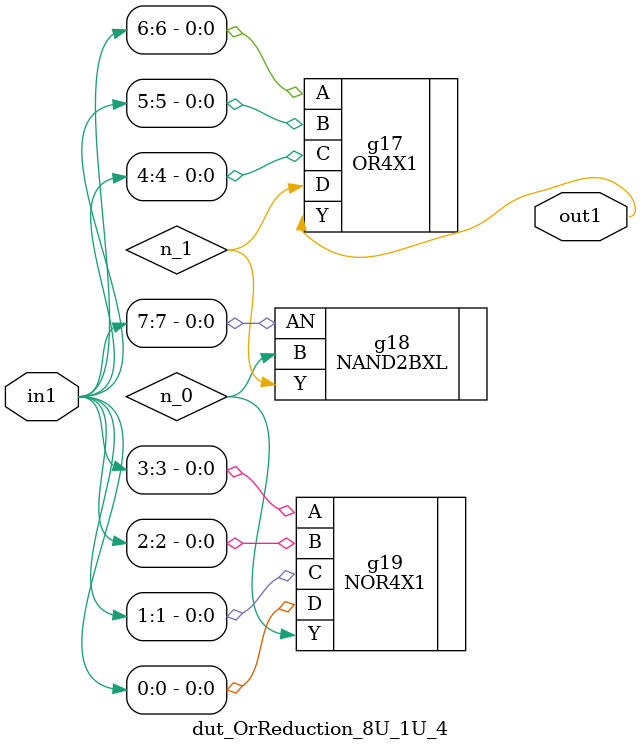
<source format=v>
`timescale 1ps / 1ps


module dut_OrReduction_8U_1U_4(in1, out1);
  input [7:0] in1;
  output out1;
  wire [7:0] in1;
  wire out1;
  wire n_0, n_1;
  OR4X1 g17(.A (in1[6]), .B (in1[5]), .C (in1[4]), .D (n_1), .Y (out1));
  NAND2BXL g18(.AN (in1[7]), .B (n_0), .Y (n_1));
  NOR4X1 g19(.A (in1[3]), .B (in1[2]), .C (in1[1]), .D (in1[0]), .Y
       (n_0));
endmodule



</source>
